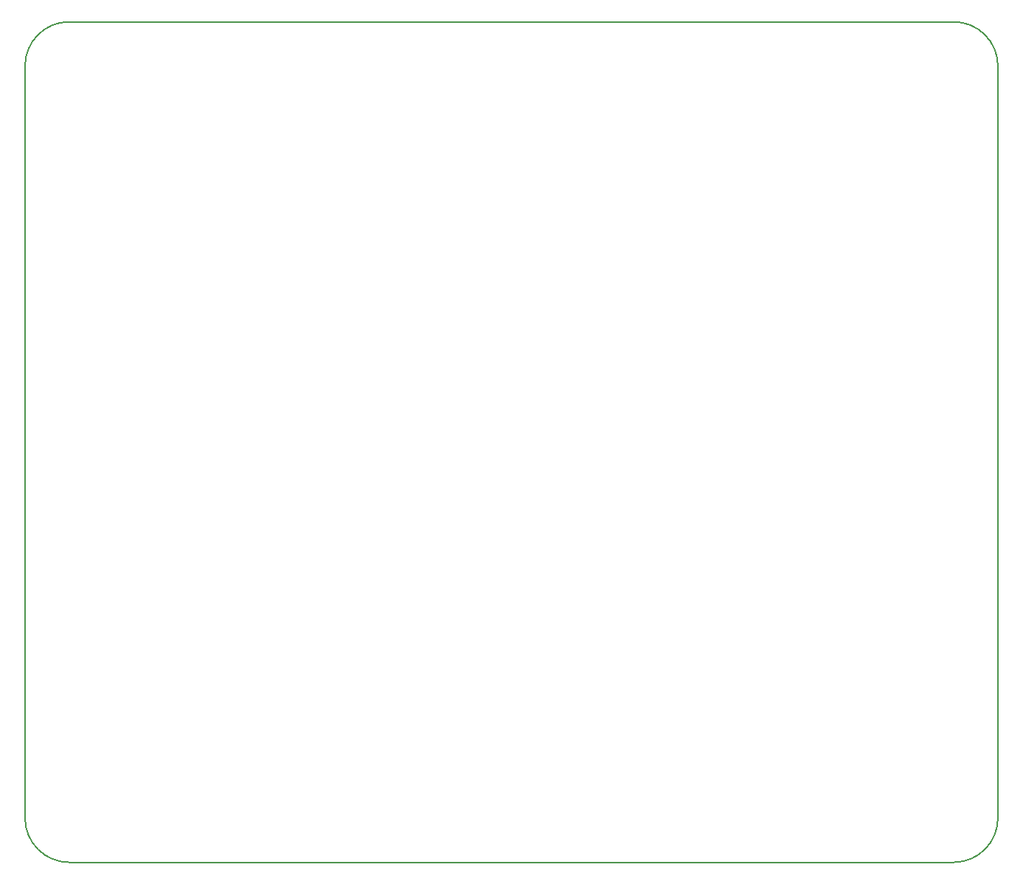
<source format=gm1>
G04 #@! TF.GenerationSoftware,KiCad,Pcbnew,7.0.9*
G04 #@! TF.CreationDate,2023-12-23T22:38:02-05:00*
G04 #@! TF.ProjectId,track_sensor_board,74726163-6b5f-4736-956e-736f725f626f,rev?*
G04 #@! TF.SameCoordinates,Original*
G04 #@! TF.FileFunction,Profile,NP*
%FSLAX46Y46*%
G04 Gerber Fmt 4.6, Leading zero omitted, Abs format (unit mm)*
G04 Created by KiCad (PCBNEW 7.0.9) date 2023-12-23 22:38:02*
%MOMM*%
%LPD*%
G01*
G04 APERTURE LIST*
G04 #@! TA.AperFunction,Profile*
%ADD10C,0.150000*%
G04 #@! TD*
G04 APERTURE END LIST*
D10*
X96520000Y-48260000D02*
X198120000Y-48260000D01*
X91440000Y-139700000D02*
X91440000Y-53340000D01*
X96520000Y-48260000D02*
G75*
G03*
X91440000Y-53340000I0J-5080000D01*
G01*
X198120000Y-144780000D02*
X96520000Y-144780000D01*
X91440000Y-139700000D02*
G75*
G03*
X96520000Y-144780000I5080000J0D01*
G01*
X198120000Y-144780000D02*
G75*
G03*
X203200000Y-139700000I0J5080000D01*
G01*
X203200000Y-53340000D02*
G75*
G03*
X198120000Y-48260000I-5080000J0D01*
G01*
X203200000Y-53340000D02*
X203200000Y-139700000D01*
M02*

</source>
